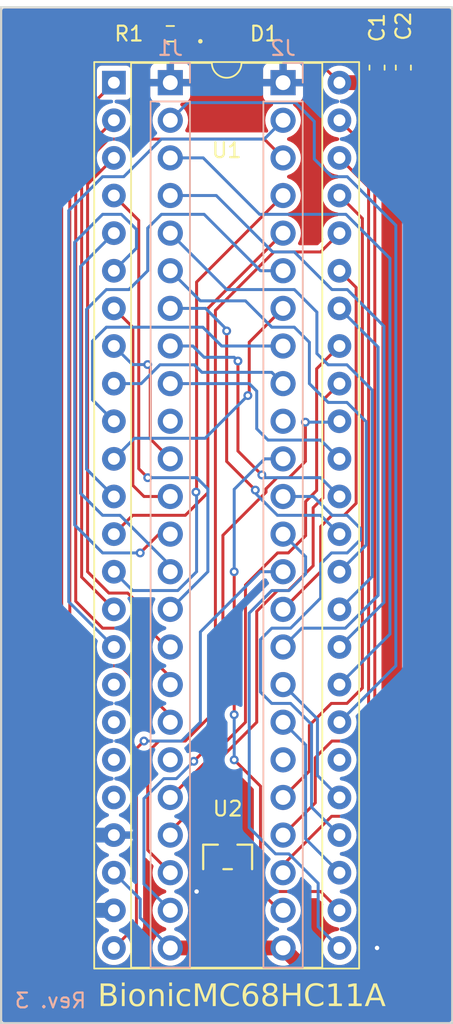
<source format=kicad_pcb>
(kicad_pcb (version 20221018) (generator pcbnew)
  (title_block (title "BionicMC68HC11A") (date "2024-03-27") (rev "2") (company "Tadashi G. Takaoka"))
  (layers (0 "F.Cu" signal) (31 "B.Cu" signal) (34 "B.Paste" user) (35 "F.Paste" user) (36 "B.SilkS" user "B.Silkscreen") (37 "F.SilkS" user "F.Silkscreen") (38 "B.Mask" user) (39 "F.Mask" user) (44 "Edge.Cuts" user))
  (net 0 "")
  (net 1 "VCC")
  (net 2 "GND")
  (net 3 "/P10")
  (net 4 "/P11")
  (net 5 "/P12")
  (net 6 "/P13")
  (net 7 "/P14")
  (net 8 "/P15")
  (net 9 "/P16")
  (net 10 "/P17")
  (net 12 "/P30")
  (net 13 "/P31")
  (net 14 "/P32")
  (net 15 "/P33")
  (net 16 "/P34")
  (net 17 "/P35")
  (net 18 "/P36")
  (net 19 "/P37")
  (net 21 "/P50")
  (net 22 "/P51")
  (net 23 "/P56")
  (net 24 "/P53")
  (net 25 "/P57")
  (net 27 "/P47")
  (net 28 "/P46")
  (net 29 "/P45")
  (net 30 "/P44")
  (net 31 "/P43")
  (net 32 "/P42")
  (net 33 "/P41")
  (net 34 "/P40")
  (net 36 "/P27")
  (net 37 "/P26")
  (net 38 "/P25")
  (net 39 "/P24")
  (net 40 "/P23")
  (net 41 "/P22")
  (net 42 "/P21")
  (net 43 "/P20")
  (net 44 "/P52")
  (net 45 "/P54")
  (net 46 "/P55")
  (net 47 "Net-(D1-K)")
  (footprint "Resistor_SMD:R_0603_1608Metric_Pad0.98x0.95mm_HandSolder" (layer "F.Cu") (at 112.43 71.778 180)
    (fp_text reference "R1" (at 2.794 0) (layer "F.SilkS"))
    (fp_text value "1.6k")
    (fp_line (start -0.254724 -0.5225) (end 0.254724 -0.5225) (stroke (width 0.12)) (layer "F.SilkS"))
    (fp_line (start -0.254724 0.5225) (end 0.254724 0.5225) (stroke (width 0.12)) (layer "F.SilkS"))
    (pad "1" smd roundrect (at -0.9125 0 180) (size 0.975 0.95) (layers "F.Cu" "F.Paste" "F.Mask") (net 47 "Net-(D1-K)"))
    (pad "2" smd roundrect (at 0.9125 0 180) (size 0.975 0.95) (layers "F.Cu" "F.Paste" "F.Mask") (net 2 "GND"))
  )
  (footprint "Capacitor_SMD:C_0603_1608Metric_Pad1.08x0.95mm_HandSolder" (layer "F.Cu") (at 128.178 74.064 90)
    (fp_text reference "C2" (at 2.794 0 90) (layer "F.SilkS"))
    (fp_text value "22u")
    (fp_line (start -0.146267 -0.51) (end 0.146267 -0.51) (stroke (width 0.12)) (layer "F.SilkS"))
    (fp_line (start -0.146267 0.51) (end 0.146267 0.51) (stroke (width 0.12)) (layer "F.SilkS"))
    (pad "1" smd roundrect (at -0.8625 0 90) (size 1.075 0.95) (layers "F.Cu" "F.Paste" "F.Mask") (net 1 "VCC"))
    (pad "2" smd roundrect (at 0.8625 0 90) (size 1.075 0.95) (layers "F.Cu" "F.Paste" "F.Mask") (net 2 "GND"))
  )
  (footprint "Capacitor_SMD:C_0603_1608Metric_Pad1.08x0.95mm_HandSolder" (layer "F.Cu") (at 126.4 74.064 90)
    (fp_text reference "C1" (at 2.6935 0 90) (layer "F.SilkS"))
    (fp_text value "0.1u")
    (fp_line (start -0.146267 -0.51) (end 0.146267 -0.51) (stroke (width 0.12)) (layer "F.SilkS"))
    (fp_line (start -0.146267 0.51) (end 0.146267 0.51) (stroke (width 0.12)) (layer "F.SilkS"))
    (pad "1" smd roundrect (at -0.8625 0 90) (size 1.075 0.95) (layers "F.Cu" "F.Paste" "F.Mask") (net 1 "VCC"))
    (pad "2" smd roundrect (at 0.8625 0 90) (size 1.075 0.95) (layers "F.Cu" "F.Paste" "F.Mask") (net 2 "GND"))
  )
  (footprint "0-LocalLibrary:DIP-48_W15.24mm_Socket" (layer "F.Cu") (at 108.62 75.08)
    (fp_text reference "U1" (at 7.62 4.572) (layer "F.SilkS"))
    (fp_text value "MC68HC11A0P")
    (fp_line (start -1.33 -1.39) (end -1.33 59.81) (stroke (width 0.12)) (layer "F.SilkS"))
    (fp_line (start -1.33 59.81) (end 16.57 59.81) (stroke (width 0.12)) (layer "F.SilkS"))
    (fp_line (start 1.16 -1.33) (end 1.16 59.75) (stroke (width 0.12)) (layer "F.SilkS"))
    (fp_line (start 1.16 59.75) (end 14.08 59.75) (stroke (width 0.12)) (layer "F.SilkS"))
    (fp_line (start 6.62 -1.33) (end 1.16 -1.33) (stroke (width 0.12)) (layer "F.SilkS"))
    (fp_line (start 14.08 -1.33) (end 8.62 -1.33) (stroke (width 0.12)) (layer "F.SilkS"))
    (fp_line (start 14.08 59.75) (end 14.08 -1.33) (stroke (width 0.12)) (layer "F.SilkS"))
    (fp_line (start 16.57 -1.39) (end -1.33 -1.39) (stroke (width 0.12)) (layer "F.SilkS"))
    (fp_line (start 16.57 59.81) (end 16.57 -1.39) (stroke (width 0.12)) (layer "F.SilkS"))
    (fp_arc (start 8.62 -1.33) (mid 7.62 -0.33) (end 6.62 -1.33) (stroke (width 0.12)) (layer "F.SilkS"))
    (pad "1" thru_hole rect locked (at 0 0) (size 1.6 1.6) (drill 0.8) (layers "*.Cu" "*.Mask") (net 19 "/P37"))
    (pad "2" thru_hole oval locked (at 0 2.54) (size 1.6 1.6) (drill 0.8) (layers "*.Cu" "*.Mask") (net 18 "/P36"))
    (pad "3" thru_hole oval locked (at 0 5.08) (size 1.6 1.6) (drill 0.8) (layers "*.Cu" "*.Mask") (net 17 "/P35"))
    (pad "4" thru_hole oval locked (at 0 7.62) (size 1.6 1.6) (drill 0.8) (layers "*.Cu" "*.Mask") (net 16 "/P34"))
    (pad "5" thru_hole oval locked (at 0 10.16) (size 1.6 1.6) (drill 0.8) (layers "*.Cu" "*.Mask") (net 15 "/P33"))
    (pad "6" thru_hole oval locked (at 0 12.7) (size 1.6 1.6) (drill 0.8) (layers "*.Cu" "*.Mask") (net 14 "/P32"))
    (pad "7" thru_hole oval locked (at 0 15.24) (size 1.6 1.6) (drill 0.8) (layers "*.Cu" "*.Mask") (net 13 "/P31"))
    (pad "8" thru_hole oval locked (at 0 17.78) (size 1.6 1.6) (drill 0.8) (layers "*.Cu" "*.Mask") (net 12 "/P30"))
    (pad "9" thru_hole oval locked (at 0 20.32) (size 1.6 1.6) (drill 0.8) (layers "*.Cu" "*.Mask") (net 36 "/P27"))
    (pad "10" thru_hole oval locked (at 0 22.86) (size 1.6 1.6) (drill 0.8) (layers "*.Cu" "*.Mask") (net 37 "/P26"))
    (pad "11" thru_hole oval locked (at 0 25.4) (size 1.6 1.6) (drill 0.8) (layers "*.Cu" "*.Mask") (net 38 "/P25"))
    (pad "12" thru_hole oval locked (at 0 27.94) (size 1.6 1.6) (drill 0.8) (layers "*.Cu" "*.Mask") (net 39 "/P24"))
    (pad "13" thru_hole oval locked (at 0 30.48) (size 1.6 1.6) (drill 0.8) (layers "*.Cu" "*.Mask") (net 40 "/P23"))
    (pad "14" thru_hole oval locked (at 0 33.02) (size 1.6 1.6) (drill 0.8) (layers "*.Cu" "*.Mask") (net 41 "/P22"))
    (pad "15" thru_hole oval locked (at 0 35.56) (size 1.6 1.6) (drill 0.8) (layers "*.Cu" "*.Mask") (net 42 "/P21"))
    (pad "16" thru_hole oval locked (at 0 38.1) (size 1.6 1.6) (drill 0.8) (layers "*.Cu" "*.Mask") (net 43 "/P20"))
    (pad "17" thru_hole oval locked (at 0 40.64) (size 1.6 1.6) (drill 0.8) (layers "*.Cu" "*.Mask"))
    (pad "18" thru_hole oval locked (at 0 43.18) (size 1.6 1.6) (drill 0.8) (layers "*.Cu" "*.Mask"))
    (pad "19" thru_hole oval locked (at 0 45.72) (size 1.6 1.6) (drill 0.8) (layers "*.Cu" "*.Mask"))
    (pad "20" thru_hole oval locked (at 0 48.26) (size 1.6 1.6) (drill 0.8) (layers "*.Cu" "*.Mask"))
    (pad "21" thru_hole oval locked (at 0 50.8) (size 1.6 1.6) (drill 0.8) (layers "*.Cu" "*.Mask") (net 2 "GND"))
    (pad "22" thru_hole oval locked (at 0 53.34) (size 1.6 1.6) (drill 0.8) (layers "*.Cu" "*.Mask") (net 1 "VCC"))
    (pad "23" thru_hole oval locked (at 0 55.88) (size 1.6 1.6) (drill 0.8) (layers "*.Cu" "*.Mask") (net 2 "GND"))
    (pad "24" thru_hole oval locked (at 0 58.42) (size 1.6 1.6) (drill 0.8) (layers "*.Cu" "*.Mask") (net 31 "/P43"))
    (pad "25" thru_hole oval locked (at 15.24 58.42) (size 1.6 1.6) (drill 0.8) (layers "*.Cu" "*.Mask") (net 32 "/P42"))
    (pad "26" thru_hole oval locked (at 15.24 55.88) (size 1.6 1.6) (drill 0.8) (layers "*.Cu" "*.Mask") (net 34 "/P40"))
    (pad "27" thru_hole oval locked (at 15.24 53.34) (size 1.6 1.6) (drill 0.8) (layers "*.Cu" "*.Mask") (net 27 "/P47"))
    (pad "28" thru_hole oval locked (at 15.24 50.8) (size 1.6 1.6) (drill 0.8) (layers "*.Cu" "*.Mask") (net 33 "/P41"))
    (pad "29" thru_hole oval locked (at 15.24 48.26) (size 1.6 1.6) (drill 0.8) (layers "*.Cu" "*.Mask") (net 28 "/P46"))
    (pad "30" thru_hole oval locked (at 15.24 45.72) (size 1.6 1.6) (drill 0.8) (layers "*.Cu" "*.Mask"))
    (pad "31" thru_hole oval locked (at 15.24 43.18) (size 1.6 1.6) (drill 0.8) (layers "*.Cu" "*.Mask") (net 3 "/P10"))
    (pad "32" thru_hole oval locked (at 15.24 40.64) (size 1.6 1.6) (drill 0.8) (layers "*.Cu" "*.Mask") (net 4 "/P11"))
    (pad "33" thru_hole oval locked (at 15.24 38.1) (size 1.6 1.6) (drill 0.8) (layers "*.Cu" "*.Mask") (net 5 "/P12"))
    (pad "34" thru_hole oval locked (at 15.24 35.56) (size 1.6 1.6) (drill 0.8) (layers "*.Cu" "*.Mask") (net 6 "/P13"))
    (pad "35" thru_hole oval locked (at 15.24 33.02) (size 1.6 1.6) (drill 0.8) (layers "*.Cu" "*.Mask") (net 7 "/P14"))
    (pad "36" thru_hole oval locked (at 15.24 30.48) (size 1.6 1.6) (drill 0.8) (layers "*.Cu" "*.Mask") (net 8 "/P15"))
    (pad "37" thru_hole oval locked (at 15.24 27.94) (size 1.6 1.6) (drill 0.8) (layers "*.Cu" "*.Mask") (net 9 "/P16"))
    (pad "38" thru_hole oval locked (at 15.24 25.4) (size 1.6 1.6) (drill 0.8) (layers "*.Cu" "*.Mask") (net 10 "/P17"))
    (pad "39" thru_hole oval locked (at 15.24 22.86) (size 1.6 1.6) (drill 0.8) (layers "*.Cu" "*.Mask") (net 24 "/P53"))
    (pad "40" thru_hole oval locked (at 15.24 20.32) (size 1.6 1.6) (drill 0.8) (layers "*.Cu" "*.Mask") (net 22 "/P51"))
    (pad "41" thru_hole oval locked (at 15.24 17.78) (size 1.6 1.6) (drill 0.8) (layers "*.Cu" "*.Mask") (net 21 "/P50"))
    (pad "42" thru_hole oval locked (at 15.24 15.24) (size 1.6 1.6) (drill 0.8) (layers "*.Cu" "*.Mask") (net 29 "/P45"))
    (pad "43" thru_hole oval locked (at 15.24 12.7) (size 1.6 1.6) (drill 0.8) (layers "*.Cu" "*.Mask") (net 30 "/P44"))
    (pad "44" thru_hole oval locked (at 15.24 10.16) (size 1.6 1.6) (drill 0.8) (layers "*.Cu" "*.Mask") (net 44 "/P52"))
    (pad "45" thru_hole oval locked (at 15.24 7.62) (size 1.6 1.6) (drill 0.8) (layers "*.Cu" "*.Mask") (net 45 "/P54"))
    (pad "46" thru_hole oval locked (at 15.24 5.08) (size 1.6 1.6) (drill 0.8) (layers "*.Cu" "*.Mask") (net 46 "/P55"))
    (pad "47" thru_hole oval locked (at 15.24 2.54) (size 1.6 1.6) (drill 0.8) (layers "*.Cu" "*.Mask") (net 23 "/P56"))
    (pad "48" thru_hole oval locked (at 15.24 0) (size 1.6 1.6) (drill 0.8) (layers "*.Cu" "*.Mask") (net 1 "VCC"))
  )
  (footprint "0-LocalLibrary:SOT-23_MC_MCH-M" (layer "F.Cu") (at 116.306 127.354)
    (fp_text reference "U2" (at 0 -3.252 unlocked) (layer "F.SilkS"))
    (fp_text value "11AA010-I/TT")
    (fp_line (start -1.652 -0.827) (end -1.652 0.827) (stroke (width 0.1524)) (layer "F.SilkS"))
    (fp_line (start -0.66294 -0.827) (end -1.652 -0.827) (stroke (width 0.1524)) (layer "F.SilkS"))
    (fp_line (start -0.287061 0.827) (end 0.287061 0.827) (stroke (width 0.1524)) (layer "F.SilkS"))
    (fp_line (start 1.652 -0.827) (end 0.66294 -0.827) (stroke (width 0.1524)) (layer "F.SilkS"))
    (fp_line (start 1.652 0.827) (end 1.652 -0.827) (stroke (width 0.1524)) (layer "F.SilkS"))
    (pad "1" smd rect (at -0.950001 1.066) (size 0.6604 1.6256) (layers "F.Cu" "F.Paste" "F.Mask") (net 2 "GND"))
    (pad "2" smd rect (at 0.950001 1.066) (size 0.6604 1.6256) (layers "F.Cu" "F.Paste" "F.Mask") (net 25 "/P57"))
    (pad "3" smd rect (at 0 -1.066) (size 0.6604 1.6256) (layers "F.Cu" "F.Paste" "F.Mask") (net 1 "VCC"))
  )
  (footprint "0-LocalLibrary:LED_CSL1901UW1_ROM" (layer "F.Cu") (at 116.24 71.778)
    (fp_text reference "D1" (at 2.54 0 unlocked) (layer "F.SilkS"))
    (fp_text value "CSL1901UW1")
    (fp_circle (center -1.778 0.508) (end -1.7018 0.508) (stroke (width 0.1524)) (fill none) (layer "F.SilkS"))
    (pad "1" smd rect (at -0.7747 0) (size 0.762 0.7112) (layers "F.Cu" "F.Paste" "F.Mask") (net 47 "Net-(D1-K)"))
    (pad "2" smd rect (at 0.7747 0) (size 0.762 0.7112) (layers "F.Cu" "F.Paste" "F.Mask") (net 1 "VCC"))
    (zone (net 0) (net_name "") (layer "F.Cu") (connect_pads (clearance 0)) (min_thickness 0.254)
      (keepout (tracks not_allowed) (vias not_allowed) (pads allowed) (copperpour not_allowed) (footprints allowed))
      (fill (thermal_gap 0.508) (thermal_bridge_width 0.508))
      (polygon (pts (xy 115.8971 71.4224) (xy 116.5829 71.4224) (xy 116.5829 72.1336) (xy 115.8971 72.1336)))
    )
  )
  (footprint "0-LocalLibrary:Bionic-P245_Vertical" (layer "B.Cu") (at 120.05 75.08 180)
    (fp_text reference "J2" (at 0 2.33) (layer "B.SilkS") (effects (justify mirror)))
    (fp_text value "Bionic-P245")
    (fp_line (start -1.33 -59.75) (end 1.33 -59.75) (stroke (width 0.12)) (layer "B.SilkS"))
    (fp_line (start -1.33 -1.27) (end -1.33 -59.75) (stroke (width 0.12)) (layer "B.SilkS"))
    (fp_line (start -1.33 -1.27) (end 1.33 -1.27) (stroke (width 0.12)) (layer "B.SilkS"))
    (fp_line (start -1.33 0) (end -1.33 1.33) (stroke (width 0.12)) (layer "B.SilkS"))
    (fp_line (start -1.33 1.33) (end 0 1.33) (stroke (width 0.12)) (layer "B.SilkS"))
    (fp_line (start 1.33 -1.27) (end 1.33 -59.75) (stroke (width 0.12)) (layer "B.SilkS"))
    (pad "25" thru_hole oval locked (at 0 -58.42 180) (size 1.7 1.7) (drill 1) (layers "*.Cu" "*.Mask") (net 1 "VCC"))
    (pad "26" thru_hole oval locked (at 0 -55.88 180) (size 1.7 1.7) (drill 1) (layers "*.Cu" "*.Mask") (net 25 "/P57"))
    (pad "27" thru_hole oval locked (at 0 -53.34 180) (size 1.7 1.7) (drill 1) (layers "*.Cu" "*.Mask") (net 23 "/P56"))
    (pad "28" thru_hole oval locked (at 0 -50.8 180) (size 1.7 1.7) (drill 1) (layers "*.Cu" "*.Mask") (net 46 "/P55"))
    (pad "29" thru_hole oval locked (at 0 -48.26 180) (size 1.7 1.7) (drill 1) (layers "*.Cu" "*.Mask") (net 45 "/P54"))
    (pad "30" thru_hole oval locked (at 0 -45.72 180) (size 1.7 1.7) (drill 1) (layers "*.Cu" "*.Mask"))
    (pad "31" thru_hole oval locked (at 0 -43.18 180) (size 1.7 1.7) (drill 1) (layers "*.Cu" "*.Mask") (net 27 "/P47"))
    (pad "32" thru_hole oval locked (at 0 -40.64 180) (size 1.7 1.7) (drill 1) (layers "*.Cu" "*.Mask") (net 28 "/P46"))
    (pad "33" thru_hole oval locked (at 0 -38.1 180) (size 1.7 1.7) (drill 1) (layers "*.Cu" "*.Mask") (net 29 "/P45"))
    (pad "34" thru_hole oval locked (at 0 -35.56 180) (size 1.7 1.7) (drill 1) (layers "*.Cu" "*.Mask") (net 30 "/P44"))
    (pad "35" thru_hole oval locked (at 0 -33.02 180) (size 1.7 1.7) (drill 1) (layers "*.Cu" "*.Mask") (net 31 "/P43"))
    (pad "36" thru_hole oval locked (at 0 -30.48 180) (size 1.7 1.7) (drill 1) (layers "*.Cu" "*.Mask") (net 32 "/P42"))
    (pad "37" thru_hole oval locked (at 0 -27.94 180) (size 1.7 1.7) (drill 1) (layers "*.Cu" "*.Mask") (net 33 "/P41"))
    (pad "38" thru_hole oval locked (at 0 -25.4 180) (size 1.7 1.7) (drill 1) (layers "*.Cu" "*.Mask") (net 34 "/P40"))
    (pad "39" thru_hole oval locked (at 0 -22.86 180) (size 1.7 1.7) (drill 1) (layers "*.Cu" "*.Mask"))
    (pad "40" thru_hole oval locked (at 0 -20.32 180) (size 1.7 1.7) (drill 1) (layers "*.Cu" "*.Mask") (net 36 "/P27"))
    (pad "41" thru_hole oval locked (at 0 -17.78 180) (size 1.7 1.7) (drill 1) (layers "*.Cu" "*.Mask") (net 37 "/P26"))
    (pad "42" thru_hole oval locked (at 0 -15.24 180) (size 1.7 1.7) (drill 1) (layers "*.Cu" "*.Mask") (net 38 "/P25"))
    (pad "43" thru_hole oval locked (at 0 -12.7 180) (size 1.7 1.7) (drill 1) (layers "*.Cu" "*.Mask") (net 39 "/P24"))
    (pad "44" thru_hole oval locked (at 0 -10.16 180) (size 1.7 1.7) (drill 1) (layers "*.Cu" "*.Mask") (net 40 "/P23"))
    (pad "45" thru_hole oval locked (at 0 -7.62 180) (size 1.7 1.7) (drill 1) (layers "*.Cu" "*.Mask") (net 41 "/P22"))
    (pad "46" thru_hole oval locked (at 0 -5.08 180) (size 1.7 1.7) (drill 1) (layers "*.Cu" "*.Mask") (net 42 "/P21"))
    (pad "47" thru_hole oval locked (at 0 -2.54 180) (size 1.7 1.7) (drill 1) (layers "*.Cu" "*.Mask") (net 43 "/P20"))
    (pad "48" thru_hole rect locked (at 0 0 180) (size 1.7 1.7) (drill 1) (layers "*.Cu" "*.Mask") (net 2 "GND"))
  )
  (footprint "0-LocalLibrary:Bionic-P135_Vertical" (layer "B.Cu") (at 112.43 75.08 180)
    (fp_text reference "J1" (at 0 2.33) (layer "B.SilkS") (effects (justify mirror)))
    (fp_text value "Bionic-P135")
    (fp_line (start -1.33 -59.75) (end 1.33 -59.75) (stroke (width 0.12)) (layer "B.SilkS"))
    (fp_line (start -1.33 -1.27) (end -1.33 -59.75) (stroke (width 0.12)) (layer "B.SilkS"))
    (fp_line (start -1.33 -1.27) (end 1.33 -1.27) (stroke (width 0.12)) (layer "B.SilkS"))
    (fp_line (start -1.33 0) (end -1.33 1.33) (stroke (width 0.12)) (layer "B.SilkS"))
    (fp_line (start -1.33 1.33) (end 0 1.33) (stroke (width 0.12)) (layer "B.SilkS"))
    (fp_line (start 1.33 -1.27) (end 1.33 -59.75) (stroke (width 0.12)) (layer "B.SilkS"))
    (pad "1" thru_hole rect locked (at 0 0 180) (size 1.7 1.7) (drill 1) (layers "*.Cu" "*.Mask") (net 2 "GND"))
    (pad "2" thru_hole oval locked (at 0 -2.54 180) (size 1.7 1.7) (drill 1) (layers "*.Cu" "*.Mask") (net 3 "/P10"))
    (pad "3" thru_hole oval locked (at 0 -5.08 180) (size 1.7 1.7) (drill 1) (layers "*.Cu" "*.Mask") (net 4 "/P11"))
    (pad "4" thru_hole oval locked (at 0 -7.62 180) (size 1.7 1.7) (drill 1) (layers "*.Cu" "*.Mask") (net 5 "/P12"))
    (pad "5" thru_hole oval locked (at 0 -10.16 180) (size 1.7 1.7) (drill 1) (layers "*.Cu" "*.Mask") (net 6 "/P13"))
    (pad "6" thru_hole oval locked (at 0 -12.7 180) (size 1.7 1.7) (drill 1) (layers "*.Cu" "*.Mask") (net 7 "/P14"))
    (pad "7" thru_hole oval locked (at 0 -15.24 180) (size 1.7 1.7) (drill 1) (layers "*.Cu" "*.Mask") (net 8 "/P15"))
    (pad "8" thru_hole oval locked (at 0 -17.78 180) (size 1.7 1.7) (drill 1) (layers "*.Cu" "*.Mask") (net 9 "/P16"))
    (pad "9" thru_hole oval locked (at 0 -20.32 180) (size 1.7 1.7) (drill 1) (layers "*.Cu" "*.Mask") (net 10 "/P17"))
    (pad "10" thru_hole oval locked (at 0 -22.86 180) (size 1.7 1.7) (drill 1) (layers "*.Cu" "*.Mask"))
    (pad "11" thru_hole oval locked (at 0 -25.4 180) (size 1.7 1.7) (drill 1) (layers "*.Cu" "*.Mask") (net 12 "/P30"))
    (pad "12" thru_hole oval locked (at 0 -27.94 180) (size 1.7 1.7) (drill 1) (layers "*.Cu" "*.Mask") (net 13 "/P31"))
    (pad "13" thru_hole oval locked (at 0 -30.48 180) (size 1.7 1.7) (drill 1) (layers "*.Cu" "*.Mask") (net 14 "/P32"))
    (pad "14" thru_hole oval locked (at 0 -33.02 180) (size 1.7 1.7) (drill 1) (layers "*.Cu" "*.Mask") (net 15 "/P33"))
    (pad "15" thru_hole oval locked (at 0 -35.56 180) (size 1.7 1.7) (drill 1) (layers "*.Cu" "*.Mask") (net 16 "/P34"))
    (pad "16" thru_hole oval locked (at 0 -38.1 180) (size 1.7 1.7) (drill 1) (layers "*.Cu" "*.Mask") (net 17 "/P35"))
    (pad "17" thru_hole oval locked (at 0 -40.64 180) (size 1.7 1.7) (drill 1) (layers "*.Cu" "*.Mask") (net 18 "/P36"))
    (pad "18" thru_hole oval locked (at 0 -43.18 180) (size 1.7 1.7) (drill 1) (layers "*.Cu" "*.Mask") (net 19 "/P37"))
    (pad "19" thru_hole oval locked (at 0 -45.72 180) (size 1.7 1.7) (drill 1) (layers "*.Cu" "*.Mask"))
    (pad "20" thru_hole oval locked (at 0 -48.26 180) (size 1.7 1.7) (drill 1) (layers "*.Cu" "*.Mask") (net 21 "/P50"))
    (pad "21" thru_hole oval locked (at 0 -50.8 180) (size 1.7 1.7) (drill 1) (layers "*.Cu" "*.Mask") (net 22 "/P51"))
    (pad "22" thru_hole oval locked (at 0 -53.34 180) (size 1.7 1.7) (drill 1) (layers "*.Cu" "*.Mask") (net 44 "/P52"))
    (pad "23" thru_hole oval locked (at 0 -55.88 180) (size 1.7 1.7) (drill 1) (layers "*.Cu" "*.Mask") (net 24 "/P53"))
    (pad "24" thru_hole oval locked (at 0 -58.42 180) (size 1.7 1.7) (drill 1) (layers "*.Cu" "*.Mask") (net 1 "VCC"))
  )
  (gr_rect locked (start 101 70) (end 131.48 138.58) (stroke (width 0.15)) (fill none) (layer "Edge.Cuts"))
  (gr_text "Rev. 3" (at 106.842 137.056) (layer "B.SilkS") (effects (font (size 1 1)) (justify left mirror)))
  (gr_text "BionicMC68HC11A" (at 117.256 136.802) (layer "F.SilkS") (effects (font (size 1.5 1.5))))
  (segment (start 126.2465 75.08) (end 126.4 74.9265) (width 0.2) (layer "F.Cu") (net 1))
  (segment locked (start 126.4 136.548) (end 128.94 134.008) (width 1) (layer "F.Cu") (net 1))
  (segment locked (start 127.924 75.08) (end 123.86 75.08) (width 1) (layer "F.Cu") (net 1))
  (segment (start 116.306 126.288) (end 116.306 133.5) (width 0.2) (layer "F.Cu") (net 1))
  (segment locked (start 123.098 136.548) (end 126.4 136.548) (width 1) (layer "F.Cu") (net 1))
  (segment (start 120.558 71.778) (end 123.86 75.08) (width 0.2) (layer "F.Cu") (net 1))
  (segment locked (start 128.94 134.008) (end 128.94 76.096) (width 1) (layer "F.Cu") (net 1))
  (segment locked (start 128.94 76.096) (end 127.924 75.08) (width 1) (layer "F.Cu") (net 1))
  (segment locked (start 120.05 133.5) (end 123.098 136.548) (width 1) (layer "F.Cu") (net 1))
  (segment locked (start 112.43 133.5) (end 120.05 133.5) (width 1) (layer "F.Cu") (net 1))
  (segment (start 128.178 75.334) (end 128.178 74.9265) (width 0.2) (layer "F.Cu") (net 1))
  (segment (start 112.176 133.5) (end 112.43 133.5) (width 0.2) (layer "F.Cu") (net 1))
  (segment (start 117.0147 71.778) (end 120.558 71.778) (width 0.2) (layer "F.Cu") (net 1))
  (segment (start 110.398 131.468) (end 112.43 133.5) (width 0.2) (layer "B.Cu") (net 1))
  (segment (start 110.398 130.198) (end 110.398 131.468) (width 0.2) (layer "B.Cu") (net 1))
  (segment (start 108.62 128.42) (end 110.398 130.198) (width 0.2) (layer "B.Cu") (net 1))
  (via (at 114.208 129.69) (size 0.6) (drill 0.3) (layers "F.Cu" "B.Cu") (net 2))
  (via (at 126.4 133.5) (size 0.6) (drill 0.3) (layers "F.Cu" "B.Cu") (net 2))
  (segment (start 108.62 125.88) (end 102.016 125.88) (width 1) (layer "B.Cu") (net 2))
  (segment (start 108.62 130.96) (end 102.016 130.96) (width 1) (layer "B.Cu") (net 2))
  (segment (start 112.43 77.62) (end 113.621 76.429) (width 0.2) (layer "B.Cu") (net 3))
  (segment (start 120.891 76.429) (end 122.16 77.698) (width 0.2) (layer "B.Cu") (net 3))
  (segment (start 124.3865 81.43) (end 127.67 84.7135) (width 0.2) (layer "B.Cu") (net 3))
  (segment (start 113.621 76.429) (end 120.891 76.429) (width 0.2) (layer "B.Cu") (net 3))
  (segment (start 123.352 81.43) (end 124.3865 81.43) (width 0.2) (layer "B.Cu") (net 3))
  (segment (start 122.16 77.698) (end 122.16 80.238) (width 0.2) (layer "B.Cu") (net 3))
  (segment (start 127.67 84.7135) (end 127.67 114.45) (width 0.2) (layer "B.Cu") (net 3))
  (segment (start 122.16 80.238) (end 123.352 81.43) (width 0.2) (layer "B.Cu") (net 3))
  (segment (start 127.67 114.45) (end 123.86 118.26) (width 0.2) (layer "B.Cu") (net 3))
  (segment (start 112.43 80.16) (end 114.6562 80.16) (width 0.2) (layer "B.Cu") (net 4))
  (segment (start 127.27 112.31) (end 123.86 115.72) (width 0.2) (layer "B.Cu") (net 4))
  (segment (start 114.6562 80.16) (end 118.4662 83.97) (width 0.2) (layer "B.Cu") (net 4))
  (segment (start 124.2979 83.97) (end 127.27 86.9421) (width 0.2) (layer "B.Cu") (net 4))
  (segment (start 127.27 86.9421) (end 127.27 112.31) (width 0.2) (layer "B.Cu") (net 4))
  (segment (start 118.4662 83.97) (end 124.2979 83.97) (width 0.2) (layer "B.Cu") (net 4))
  (segment (start 120.812 86.51) (end 119.345686 86.51) (width 0.2) (layer "B.Cu") (net 5))
  (segment (start 123.352 89.05) (end 120.812 86.51) (width 0.2) (layer "B.Cu") (net 5))
  (segment (start 126.87 91.5267) (end 124.3933 89.05) (width 0.2) (layer "B.Cu") (net 5))
  (segment (start 124.3933 89.05) (end 123.352 89.05) (width 0.2) (layer "B.Cu") (net 5))
  (segment (start 126.87 110.17) (end 126.87 91.5267) (width 0.2) (layer "B.Cu") (net 5))
  (segment (start 119.345686 86.51) (end 115.535686 82.7) (width 0.2) (layer "B.Cu") (net 5))
  (segment (start 123.86 113.18) (end 126.87 110.17) (width 0.2) (layer "B.Cu") (net 5))
  (segment (start 115.535686 82.7) (end 112.43 82.7) (width 0.2) (layer "B.Cu") (net 5))
  (segment (start 123.098 94.13) (end 122.336 93.368) (width 0.2) (layer "B.Cu") (net 6))
  (segment (start 116.24 89.05) (end 112.43 85.24) (width 0.2) (layer "B.Cu") (net 6))
  (segment (start 120.812 89.05) (end 116.24 89.05) (width 0.2) (layer "B.Cu") (net 6))
  (segment (start 126.07 95.832) (end 124.368 94.13) (width 0.2) (layer "B.Cu") (net 6))
  (segment (start 124.368 94.13) (end 123.098 94.13) (width 0.2) (layer "B.Cu") (net 6))
  (segment (start 122.336 90.574) (end 120.812 89.05) (width 0.2) (layer "B.Cu") (net 6))
  (segment (start 126.07 108.43) (end 126.07 95.832) (width 0.2) (layer "B.Cu") (net 6))
  (segment (start 123.86 110.64) (end 126.07 108.43) (width 0.2) (layer "B.Cu") (net 6))
  (segment (start 122.336 93.368) (end 122.336 90.574) (width 0.2) (layer "B.Cu") (net 6))
  (segment (start 124.368 96.67) (end 123.098 96.67) (width 0.2) (layer "B.Cu") (net 7))
  (segment (start 120.812 91.59) (end 119.288 91.59) (width 0.2) (layer "B.Cu") (net 7))
  (segment (start 121.828 92.606) (end 120.812 91.59) (width 0.2) (layer "B.Cu") (net 7))
  (segment (start 125.67 106.29) (end 125.67 97.972) (width 0.2) (layer "B.Cu") (net 7))
  (segment (start 114.462 89.812) (end 112.43 87.78) (width 0.2) (layer "B.Cu") (net 7))
  (segment (start 119.288 91.59) (end 117.51 89.812) (width 0.2) (layer "B.Cu") (net 7))
  (segment (start 123.098 96.67) (end 121.828 95.4) (width 0.2) (layer "B.Cu") (net 7))
  (segment (start 125.67 97.972) (end 124.368 96.67) (width 0.2) (layer "B.Cu") (net 7))
  (segment (start 123.86 108.1) (end 125.67 106.29) (width 0.2) (layer "B.Cu") (net 7))
  (segment (start 121.828 95.4) (end 121.828 92.606) (width 0.2) (layer "B.Cu") (net 7))
  (segment (start 117.51 89.812) (end 114.462 89.812) (width 0.2) (layer "B.Cu") (net 7))
  (segment (start 116.24 100.6515) (end 118.1756 102.5871) (width 0.2) (layer "F.Cu") (net 8))
  (segment (start 116.24 91.844) (end 116.24 100.6515) (width 0.2) (layer "F.Cu") (net 8))
  (via (at 118.1756 102.5871) (size 0.6) (drill 0.3) (layers "F.Cu" "B.Cu") (net 8))
  (via (at 116.24 91.844) (size 0.6) (drill 0.3) (layers "F.Cu" "B.Cu") (net 8))
  (segment (start 123.86 105.56) (end 122.59 104.29) (width 0.2) (layer "B.Cu") (net 8))
  (segment (start 118.1756 102.7951) (end 118.1756 102.5871) (width 0.2) (layer "B.Cu") (net 8))
  (segment (start 116.24 91.844) (end 116.24 91.745843) (width 0.2) (layer "B.Cu") (net 8))
  (segment (start 114.814157 90.32) (end 112.43 90.32) (width 0.2) (layer "B.Cu") (net 8))
  (segment (start 119.6705 104.29) (end 118.1756 102.7951) (width 0.2) (layer "B.Cu") (net 8))
  (segment (start 116.24 91.745843) (end 114.814157 90.32) (width 0.2) (layer "B.Cu") (net 8))
  (segment (start 122.59 104.29) (end 119.6705 104.29) (width 0.2) (layer "B.Cu") (net 8))
  (segment (start 117.002 99.9509) (end 118.6159 101.5648) (width 0.2) (layer "F.Cu") (net 9))
  (segment (start 117.002 93.876) (end 117.002 99.9509) (width 0.2) (layer "F.Cu") (net 9))
  (via (at 118.6159 101.5648) (size 0.6) (drill 0.3) (layers "F.Cu" "B.Cu") (net 9))
  (via (at 117.002 93.876) (size 0.6) (drill 0.3) (layers "F.Cu" "B.Cu") (net 9))
  (segment (start 114.716 93.622) (end 113.954 92.86) (width 0.2) (layer "B.Cu") (net 9))
  (segment (start 117.002 93.876) (end 116.748 93.622) (width 0.2) (layer "B.Cu") (net 9))
  (segment (start 113.954 92.86) (end 112.43 92.86) (width 0.2) (layer "B.Cu") (net 9))
  (segment (start 116.748 93.622) (end 114.716 93.622) (width 0.2) (layer "B.Cu") (net 9))
  (segment (start 118.6159 101.5648) (end 118.8011 101.75) (width 0.2) (layer "B.Cu") (net 9))
  (segment (start 122.59 101.75) (end 123.86 103.02) (width 0.2) (layer "B.Cu") (net 9))
  (segment (start 118.8011 101.75) (end 122.59 101.75) (width 0.2) (layer "B.Cu") (net 9))
  (segment (start 118.272 98.448) (end 119.034 99.21) (width 0.2) (layer "B.Cu") (net 10))
  (segment (start 117.764 95.4) (end 118.272 95.908) (width 0.2) (layer "B.Cu") (net 10))
  (segment (start 112.43 95.4) (end 117.764 95.4) (width 0.2) (layer "B.Cu") (net 10))
  (segment (start 119.034 99.21) (end 122.59 99.21) (width 0.2) (layer "B.Cu") (net 10))
  (segment (start 122.59 99.21) (end 123.86 100.48) (width 0.2) (layer "B.Cu") (net 10))
  (segment (start 118.272 95.908) (end 118.272 98.448) (width 0.2) (layer "B.Cu") (net 10))
  (segment (start 110.9014 94.113613) (end 111.0771 94.289313) (width 0.2) (layer "F.Cu") (net 12))
  (segment (start 111.0771 94.289313) (end 111.0771 99.1271) (width 0.2) (layer "F.Cu") (net 12))
  (segment (start 111.0771 99.1271) (end 112.43 100.48) (width 0.2) (layer "F.Cu") (net 12))
  (via (at 110.9014 94.113613) (size 0.6) (drill 0.3) (layers "F.Cu" "B.Cu") (net 12))
  (segment (start 109.873613 94.113613) (end 108.62 92.86) (width 0.2) (layer "B.Cu") (net 12))
  (segment (start 110.9014 94.113613) (end 109.873613 94.113613) (width 0.2) (layer "B.Cu") (net 12))
  (segment (start 110.652 103.02) (end 109.9014 102.2694) (width 0.2) (layer "F.Cu") (net 13))
  (segment (start 112.43 103.02) (end 110.652 103.02) (width 0.2) (layer "F.Cu") (net 13))
  (segment (start 109.9014 91.6014) (end 108.62 90.32) (width 0.2) (layer "F.Cu") (net 13))
  (segment (start 109.9014 102.2694) (end 109.9014 91.6014) (width 0.2) (layer "F.Cu") (net 13))
  (segment (start 110.398 106.83) (end 111.668 105.56) (width 0.2) (layer "F.Cu") (net 14))
  (segment (start 111.668 105.56) (end 112.43 105.56) (width 0.2) (layer "F.Cu") (net 14))
  (via (at 110.398 106.83) (size 0.6) (drill 0.3) (layers "F.Cu" "B.Cu") (net 14))
  (segment (start 110.144 84.986) (end 110.144 86.256) (width 0.2) (layer "B.Cu") (net 14))
  (segment (start 110.144 86.256) (end 108.62 87.78) (width 0.2) (layer "B.Cu") (net 14))
  (segment (start 105.972 85.856) (end 107.858 83.97) (width 0.2) (layer "B.Cu") (net 14))
  (segment (start 109.128 83.97) (end 110.144 84.986) (width 0.2) (layer "B.Cu") (net 14))
  (segment (start 107.858 83.97) (end 109.128 83.97) (width 0.2) (layer "B.Cu") (net 14))
  (segment (start 107.858 106.83) (end 105.972 104.944) (width 0.2) (layer "B.Cu") (net 14))
  (segment (start 105.972 104.944) (end 105.972 85.856) (width 0.2) (layer "B.Cu") (net 14))
  (segment (start 110.398 106.83) (end 107.858 106.83) (width 0.2) (layer "B.Cu") (net 14))
  (segment (start 106.372 87.488) (end 108.62 85.24) (width 0.2) (layer "B.Cu") (net 15))
  (segment (start 112.43 107.68655) (end 109.03345 104.29) (width 0.2) (layer "B.Cu") (net 15))
  (segment (start 107.858 104.29) (end 106.372 102.804) (width 0.2) (layer "B.Cu") (net 15))
  (segment (start 106.372 102.804) (end 106.372 87.488) (width 0.2) (layer "B.Cu") (net 15))
  (segment (start 109.03345 104.29) (end 107.858 104.29) (width 0.2) (layer "B.Cu") (net 15))
  (segment (start 112.43 108.1) (end 112.43 107.68655) (width 0.2) (layer "B.Cu") (net 15))
  (segment (start 110.3014 84.3814) (end 108.62 82.7) (width 0.2) (layer "F.Cu") (net 16))
  (segment (start 110.3014 101.1454) (end 110.3014 84.3814) (width 0.2) (layer "F.Cu") (net 16))
  (segment (start 110.906 101.75) (end 110.3014 101.1454) (width 0.2) (layer "F.Cu") (net 16))
  (via (at 110.906 101.75) (size 0.6) (drill 0.3) (layers "F.Cu" "B.Cu") (net 16))
  (segment (start 110.906 101.75) (end 114.208 101.75) (width 0.2) (layer "B.Cu") (net 16))
  (segment (start 114.97 108.0979) (end 112.43 110.6379) (width 0.2) (layer "B.Cu") (net 16))
  (segment (start 112.43 110.6379) (end 112.43 110.64) (width 0.2) (layer "B.Cu") (net 16))
  (segment (start 114.208 101.75) (end 114.97 102.512) (width 0.2) (layer "B.Cu") (net 16))
  (segment (start 114.97 102.512) (end 114.97 108.0979) (width 0.2) (layer "B.Cu") (net 16))
  (segment (start 112.43 113.18) (end 112.176 113.18) (width 0.2) (layer "F.Cu") (net 17))
  (segment (start 109.552 109.54) (end 108.282 109.54) (width 0.2) (layer "F.Cu") (net 17))
  (segment (start 106.842 108.1) (end 106.842 81.938) (width 0.2) (layer "F.Cu") (net 17))
  (segment (start 112.176 113.18) (end 110.652 111.656) (width 0.2) (layer "F.Cu") (net 17))
  (segment (start 108.282 109.54) (end 106.842 108.1) (width 0.2) (layer "F.Cu") (net 17))
  (segment (start 110.652 110.64) (end 109.552 109.54) (width 0.2) (layer "F.Cu") (net 17))
  (segment (start 110.652 111.656) (end 110.652 110.64) (width 0.2) (layer "F.Cu") (net 17))
  (segment (start 106.842 81.938) (end 108.62 80.16) (width 0.2) (layer "F.Cu") (net 17))
  (segment (start 107.858 111.91) (end 106.042 110.094) (width 0.2) (layer "F.Cu") (net 18))
  (segment (start 106.042 110.094) (end 106.042 80.198) (width 0.2) (layer "F.Cu") (net 18))
  (segment (start 106.042 80.198) (end 108.62 77.62) (width 0.2) (layer "F.Cu") (net 18))
  (segment (start 112.43 115.72) (end 112.43 115.212) (width 0.2) (layer "F.Cu") (net 18))
  (segment (start 109.128 111.91) (end 107.858 111.91) (width 0.2) (layer "F.Cu") (net 18))
  (segment (start 112.43 115.212) (end 109.128 111.91) (width 0.2) (layer "F.Cu") (net 18))
  (segment (start 105.642 112.234) (end 105.642 78.058) (width 0.2) (layer "F.Cu") (net 19))
  (segment (start 112.43 118.26) (end 112.43 117.81885) (width 0.2) (layer "F.Cu") (net 19))
  (segment (start 112.43 117.81885) (end 109.06115 114.45) (width 0.2) (layer "F.Cu") (net 19))
  (segment (start 109.06115 114.45) (end 107.858 114.45) (width 0.2) (layer "F.Cu") (net 19))
  (segment (start 105.642 78.058) (end 108.62 75.08) (width 0.2) (layer "F.Cu") (net 19))
  (segment (start 107.858 114.45) (end 105.642 112.234) (width 0.2) (layer "F.Cu") (net 19))
  (segment (start 122.3204 94.3996) (end 123.86 92.86) (width 0.2) (layer "F.Cu") (net 21))
  (segment (start 121.574 105.6651) (end 121.574 103.3612) (width 0.2) (layer "F.Cu") (net 21))
  (segment (start 120.4091 106.83) (end 121.574 105.6651) (width 0.2) (layer "F.Cu") (net 21))
  (segment (start 117.51 118.26) (end 117.51 108.9982) (width 0.2) (layer "F.Cu") (net 21))
  (segment (start 121.574 103.3612) (end 122.3204 102.6148) (width 0.2) (layer "F.Cu") (net 21))
  (segment (start 112.43 123.34) (end 117.51 118.26) (width 0.2) (layer "F.Cu") (net 21))
  (segment (start 119.6782 106.83) (end 120.4091 106.83) (width 0.2) (layer "F.Cu") (net 21))
  (segment (start 122.3204 102.6148) (end 122.3204 94.3996) (width 0.2) (layer "F.Cu") (net 21))
  (segment (start 117.51 108.9982) (end 119.6782 106.83) (width 0.2) (layer "F.Cu") (net 21))
  (segment (start 118.272 110.7762) (end 119.6782 109.37) (width 0.2) (layer "F.Cu") (net 22))
  (segment (start 122.7401 96.5199) (end 123.86 95.4) (width 0.2) (layer "F.Cu") (net 22))
  (segment (start 115.732 122.324) (end 115.732 120.8) (width 0.2) (layer "F.Cu") (net 22))
  (segment (start 120.4091 109.37) (end 122.082 107.6971) (width 0.2) (layer "F.Cu") (net 22))
  (segment (start 112.43 125.88) (end 112.43 125.626) (width 0.2) (layer "F.Cu") (net 22))
  (segment (start 119.6782 109.37) (end 120.4091 109.37) (width 0.2) (layer "F.Cu") (net 22))
  (segment (start 112.43 125.626) (end 115.732 122.324) (width 0.2) (layer "F.Cu") (net 22))
  (segment (start 118.272 118.26) (end 118.272 110.7762) (width 0.2) (layer "F.Cu") (net 22))
  (segment (start 122.082 103.782) (end 122.7401 103.1239) (width 0.2) (layer "F.Cu") (net 22))
  (segment (start 122.7401 103.1239) (end 122.7401 96.5199) (width 0.2) (layer "F.Cu") (net 22))
  (segment (start 122.082 107.6971) (end 122.082 103.782) (width 0.2) (layer "F.Cu") (net 22))
  (segment (start 115.732 120.8) (end 118.272 118.26) (width 0.2) (layer "F.Cu") (net 22))
  (segment (start 123.32985 124.61) (end 124.368 124.61) (width 0.2) (layer "F.Cu") (net 23))
  (segment (start 126.2492 80.0092) (end 123.86 77.62) (width 0.2) (layer "F.Cu") (net 23))
  (segment (start 126.2492 122.7288) (end 126.2492 80.0092) (width 0.2) (layer "F.Cu") (net 23))
  (segment (start 124.368 124.61) (end 126.2492 122.7288) (width 0.2) (layer "F.Cu") (net 23))
  (segment (start 120.05 128.42) (end 120.05 127.88985) (width 0.2) (layer "F.Cu") (net 23))
  (segment (start 120.05 127.88985) (end 123.32985 124.61) (width 0.2) (layer "F.Cu") (net 23))
  (segment (start 119.6452 101.75) (end 120.4567 101.75) (width 0.2) (layer "F.Cu") (net 24))
  (segment (start 121.5602 100.6465) (end 121.5602 98.0014) (width 0.2) (layer "F.Cu") (net 24))
  (segment (start 118.8981 102.7291) (end 118.8981 102.4971) (width 0.2) (layer "F.Cu") (net 24))
  (segment (start 120.4567 101.75) (end 121.5602 100.6465) (width 0.2) (layer "F.Cu") (net 24))
  (segment (start 115.986 118.929) (end 115.986 105.6412) (width 0.2) (layer "F.Cu") (net 24))
  (segment (start 118.8981 102.4971) (end 119.6452 101.75) (width 0.2) (layer "F.Cu") (net 24))
  (segment (start 114.0166 120.8984) (end 115.986 118.929) (width 0.2) (layer "F.Cu") (net 24))
  (segment (start 115.986 105.6412) (end 118.8981 102.7291) (width 0.2) (layer "F.Cu") (net 24))
  (via (at 114.0166 120.8984) (size 0.6) (drill 0.3) (layers "F.Cu" "B.Cu") (net 24))
  (via (at 121.5602 98.0014) (size 0.6) (drill 0.3) (layers "F.Cu" "B.Cu") (net 24))
  (segment (start 121.5602 98.0014) (end 123.7986 98.0014) (width 0.2) (layer "B.Cu") (net 24))
  (segment (start 111.997827 122.07) (end 112.845 122.07) (width 0.2) (layer "B.Cu") (net 24))
  (segment (start 123.7986 98.0014) (end 123.86 97.94) (width 0.2) (layer "B.Cu") (net 24))
  (segment (start 112.43 130.96) (end 110.652 129.182) (width 0.2) (layer "B.Cu") (net 24))
  (segment (start 110.652 123.415827) (end 111.997827 122.07) (width 0.2) (layer "B.Cu") (net 24))
  (segment (start 110.652 129.182) (end 110.652 123.415827) (width 0.2) (layer "B.Cu") (net 24))
  (segment (start 112.845 122.07) (end 114.0166 120.8984) (width 0.2) (layer "B.Cu") (net 24))
  (segment (start 117.256 128.42) (end 119.796 130.96) (width 0.2) (layer "F.Cu") (net 25))
  (segment (start 119.796 130.96) (end 120.05 130.96) (width 0.2) (layer "F.Cu") (net 25))
  (segment (start 121.574 126.134) (end 123.86 128.42) (width 0.2) (layer "B.Cu") (net 27))
  (segment (start 121.574 119.784) (end 121.574 126.134) (width 0.2) (layer "B.Cu") (net 27))
  (segment (start 120.05 118.26) (end 121.574 119.784) (width 0.2) (layer "B.Cu") (net 27))
  (segment (start 122.374 118.044) (end 122.374 121.854) (width 0.2) (layer "B.Cu") (net 28))
  (segment (start 120.05 115.72) (end 122.374 118.044) (width 0.2) (layer "B.Cu") (net 28))
  (segment (start 122.374 121.854) (end 123.86 123.34) (width 0.2) (layer "B.Cu") (net 28))
  (segment (start 126.47 109.7013) (end 126.47 92.93) (width 0.2) (layer "B.Cu") (net 29))
  (segment (start 121.32 111.91) (end 124.2613 111.91) (width 0.2) (layer "B.Cu") (net 29))
  (segment (start 124.2613 111.91) (end 126.47 109.7013) (width 0.2) (layer "B.Cu") (net 29))
  (segment (start 120.05 113.18) (end 121.32 111.91) (width 0.2) (layer "B.Cu") (net 29))
  (segment (start 126.47 92.93) (end 123.86 90.32) (width 0.2) (layer "B.Cu") (net 29))
  (segment (start 124.9872 103.4775) (end 124.1747 104.29) (width 0.2) (layer "F.Cu") (net 30))
  (segment (start 123.352 104.29) (end 122.59 105.052) (width 0.2) (layer "F.Cu") (net 30))
  (segment (start 122.59 108.1) (end 120.05 110.64) (width 0.2) (layer "F.Cu") (net 30))
  (segment (start 124.1747 104.29) (end 123.352 104.29) (width 0.2) (layer "F.Cu") (net 30))
  (segment (start 124.9872 88.9072) (end 124.9872 103.4775) (width 0.2) (layer "F.Cu") (net 30))
  (segment (start 122.59 105.052) (end 122.59 108.1) (width 0.2) (layer "F.Cu") (net 30))
  (segment (start 123.86 87.78) (end 124.9872 88.9072) (width 0.2) (layer "F.Cu") (net 30))
  (segment (start 110.652 119.53) (end 110.144 120.038) (width 0.2) (layer "F.Cu") (net 31))
  (segment (start 110.144 120.038) (end 110.144 131.976) (width 0.2) (layer "F.Cu") (net 31))
  (segment (start 110.144 131.976) (end 108.62 133.5) (width 0.2) (layer "F.Cu") (net 31))
  (via (at 110.652 119.53) (size 0.6) (drill 0.3) (layers "F.Cu" "B.Cu") (net 31))
  (segment (start 114.462 118.26) (end 114.462 112.164) (width 0.2) (layer "B.Cu") (net 31))
  (segment (start 113.192 119.53) (end 114.462 118.26) (width 0.2) (layer "B.Cu") (net 31))
  (segment (start 118.526 108.1) (end 120.05 108.1) (width 0.2) (layer "B.Cu") (net 31))
  (segment (start 114.462 112.164) (end 118.526 108.1) (width 0.2) (layer "B.Cu") (net 31))
  (segment (start 110.652 119.53) (end 113.192 119.53) (width 0.2) (layer "B.Cu") (net 31))
  (segment (start 117.764 125.372) (end 119.542 127.15) (width 0.2) (layer "B.Cu") (net 32))
  (segment (start 121.574 108.2521) (end 120.4561 109.37) (width 0.2) (layer "B.Cu") (net 32))
  (segment (start 119.542 127.15) (end 120.4419 127.15) (width 0.2) (layer "B.Cu") (net 32))
  (segment (start 122.4204 132.0604) (end 123.86 133.5) (width 0.2) (layer "B.Cu") (net 32))
  (segment (start 120.05 105.56) (end 121.574 107.084) (width 0.2) (layer "B.Cu") (net 32))
  (segment (start 122.4204 129.1285) (end 122.4204 132.0604) (width 0.2) (layer "B.Cu") (net 32))
  (segment (start 120.4561 109.37) (end 119.288 109.37) (width 0.2) (layer "B.Cu") (net 32))
  (segment (start 120.4419 127.15) (end 122.4204 129.1285) (width 0.2) (layer "B.Cu") (net 32))
  (segment (start 119.288 109.37) (end 117.764 110.894) (width 0.2) (layer "B.Cu") (net 32))
  (segment (start 121.574 107.084) (end 121.574 108.2521) (width 0.2) (layer "B.Cu") (net 32))
  (segment (start 117.764 110.894) (end 117.764 125.372) (width 0.2) (layer "B.Cu") (net 32))
  (segment (start 119.288 116.99) (end 118.526 116.228) (width 0.2) (layer "B.Cu") (net 33))
  (segment (start 123.3674 104.29) (end 122.0974 103.02) (width 0.2) (layer "B.Cu") (net 33))
  (segment (start 118.526 116.228) (end 118.526 112.672) (width 0.2) (layer "B.Cu") (net 33))
  (segment (start 121.974 118.406) (end 120.558 116.99) (width 0.2) (layer "B.Cu") (net 33))
  (segment (start 125.27 105.9452) (end 125.27 105.1748) (width 0.2) (layer "B.Cu") (net 33))
  (segment (start 123.86 125.88) (end 121.974 123.994) (width 0.2) (layer "B.Cu") (net 33))
  (segment (start 120.558 116.99) (end 119.288 116.99) (width 0.2) (layer "B.Cu") (net 33))
  (segment (start 119.288 111.91) (end 120.558 111.91) (width 0.2) (layer "B.Cu") (net 33))
  (segment (start 121.974 123.994) (end 121.974 118.406) (width 0.2) (layer "B.Cu") (net 33))
  (segment (start 124.3852 104.29) (end 123.3674 104.29) (width 0.2) (layer "B.Cu") (net 33))
  (segment (start 122.59 107.56355) (end 123.32355 106.83) (width 0.2) (layer "B.Cu") (net 33))
  (segment (start 122.0974 103.02) (end 120.05 103.02) (width 0.2) (layer "B.Cu") (net 33))
  (segment (start 118.526 112.672) (end 119.288 111.91) (width 0.2) (layer "B.Cu") (net 33))
  (segment (start 125.27 105.1748) (end 124.3852 104.29) (width 0.2) (layer "B.Cu") (net 33))
  (segment (start 123.32355 106.83) (end 124.3852 106.83) (width 0.2) (layer "B.Cu") (net 33))
  (segment (start 124.3852 106.83) (end 125.27 105.9452) (width 0.2) (layer "B.Cu") (net 33))
  (segment (start 120.558 111.91) (end 122.59 109.878) (width 0.2) (layer "B.Cu") (net 33))
  (segment (start 122.59 109.878) (end 122.59 107.56355) (width 0.2) (layer "B.Cu") (net 33))
  (segment (start 116.748 120.8) (end 118.526 122.578) (width 0.2) (layer "F.Cu") (net 34))
  (segment (start 116.748 117.752) (end 116.748 108.1) (width 0.2) (layer "F.Cu") (net 34))
  (segment (start 122.59 129.69) (end 123.86 130.96) (width 0.2) (layer "F.Cu") (net 34))
  (segment (start 118.526 122.578) (end 118.526 129.124314) (width 0.2) (layer "F.Cu") (net 34))
  (segment (start 118.526 129.124314) (end 119.091686 129.69) (width 0.2) (layer "F.Cu") (net 34))
  (segment (start 119.091686 129.69) (end 122.59 129.69) (width 0.2) (layer "F.Cu") (net 34))
  (via (at 116.748 117.752) (size 0.6) (drill 0.3) (layers "F.Cu" "B.Cu") (net 34))
  (via (at 116.748 120.8) (size 0.6) (drill 0.3) (layers "F.Cu" "B.Cu") (net 34))
  (via (at 116.748 108.1) (size 0.6) (drill 0.3) (layers "F.Cu" "B.Cu") (net 34))
  (segment (start 116.748 108.1) (end 116.748 102.538) (width 0.2) (layer "B.Cu") (net 34))
  (segment (start 116.748 120.8) (end 116.748 117.752) (width 0.2) (layer "B.Cu") (net 34))
  (segment (start 118.806 100.48) (end 120.05 100.48) (width 0.2) (layer "B.Cu") (net 34))
  (segment (start 116.748 102.538) (end 118.806 100.48) (width 0.2) (layer "B.Cu") (net 34))
  (segment (start 110.4625 95.4) (end 111.7325 94.13) (width 0.2) (layer "B.Cu") (net 36))
  (segment (start 119.288 94.638) (end 120.05 95.4) (width 0.2) (layer "B.Cu") (net 36))
  (segment (start 108.62 95.4) (end 110.4625 95.4) (width 0.2) (layer "B.Cu") (net 36))
  (segment (start 114.0613 94.13) (end 114.5693 94.638) (width 0.2) (layer "B.Cu") (net 36))
  (segment (start 114.5693 94.638) (end 119.288 94.638) (width 0.2) (layer "B.Cu") (net 36))
  (segment (start 111.7325 94.13) (end 114.0613 94.13) (width 0.2) (layer "B.Cu") (net 36))
  (segment (start 107.172 96.492) (end 107.172 92.53) (width 0.2) (layer "B.Cu") (net 37))
  (segment (start 114.6303 91.59) (end 115.9003 92.86) (width 0.2) (layer "B.Cu") (net 37))
  (segment (start 108.62 97.94) (end 107.172 96.492) (width 0.2) (layer "B.Cu") (net 37))
  (segment (start 107.172 92.53) (end 108.112 91.59) (width 0.2) (layer "B.Cu") (net 37))
  (segment (start 108.112 91.59) (end 114.6303 91.59) (width 0.2) (layer "B.Cu") (net 37))
  (segment (start 115.9003 92.86) (end 120.05 92.86) (width 0.2) (layer "B.Cu") (net 37))
  (segment (start 117.764 96.113265) (end 117.764 92.606) (width 0.2) (layer "F.Cu") (net 38))
  (segment (start 117.764 92.606) (end 120.05 90.32) (width 0.2) (layer "F.Cu") (net 38))
  (segment (start 117.672 96.205265) (end 117.764 96.113265) (width 0.2) (layer "F.Cu") (net 38))
  (via (at 117.672 96.205265) (size 0.6) (drill 0.3) (layers "F.Cu" "B.Cu") (net 38))
  (segment (start 117.672 96.205265) (end 114.787265 99.09) (width 0.2) (layer "B.Cu") (net 38))
  (segment (start 110.01 99.09) (end 108.62 100.48) (width 0.2) (layer "B.Cu") (net 38))
  (segment (start 114.787265 99.09) (end 110.01 99.09) (width 0.2) (layer "B.Cu") (net 38))
  (segment (start 114.716 83.97) (end 118.526 87.78) (width 0.2) (layer "B.Cu") (net 39))
  (segment (start 110.906 84.89615) (end 111.83215 83.97) (width 0.2) (layer "B.Cu") (net 39))
  (segment (start 109.636 89.05) (end 110.906 87.78) (width 0.2) (layer "B.Cu") (net 39))
  (segment (start 108.112 89.05) (end 109.636 89.05) (width 0.2) (layer "B.Cu") (net 39))
  (segment (start 118.526 87.78) (end 120.05 87.78) (width 0.2) (layer "B.Cu") (net 39))
  (segment (start 106.772 101.172) (end 106.772 90.39) (width 0.2) (layer "B.Cu") (net 39))
  (segment (start 106.772 90.39) (end 108.112 89.05) (width 0.2) (layer "B.Cu") (net 39))
  (segment (start 110.906 87.78) (end 110.906 84.89615) (width 0.2) (layer "B.Cu") (net 39))
  (segment (start 111.83215 83.97) (end 114.716 83.97) (width 0.2) (layer "B.Cu") (net 39))
  (segment (start 108.62 103.02) (end 106.772 101.172) (width 0.2) (layer "B.Cu") (net 39))
  (segment (start 120.05 85.24) (end 114.97 90.32) (width 0.2) (layer "F.Cu") (net 40))
  (segment (start 114.97 102.766) (end 113.446 104.29) (width 0.2) (layer "F.Cu") (net 40))
  (segment (start 114.97 90.32) (end 114.97 102.766) (width 0.2) (layer "F.Cu") (net 40))
  (segment (start 109.89 104.29) (end 108.62 105.56) (width 0.2) (layer "F.Cu") (net 40))
  (segment (start 113.446 104.29) (end 109.89 104.29) (width 0.2) (layer "F.Cu") (net 40))
  (segment (start 114.208 102.67947) (end 114.208 88.542) (width 0.2) (layer "F.Cu") (net 41))
  (segment (start 114.164735 102.722735) (end 114.208 102.67947) (width 0.2) (layer "F.Cu") (net 41))
  (segment (start 114.208 88.542) (end 120.05 82.7) (width 0.2) (layer "F.Cu") (net 41))
  (via (at 114.164735 102.722735) (size 0.6) (drill 0.3) (layers "F.Cu" "B.Cu") (net 41))
  (segment (start 114.164735 102.722735) (end 114.208 102.766) (width 0.2) (layer "B.Cu") (net 41))
  (segment (start 114.208 108.1) (end 112.938 109.37) (width 0.2) (layer "B.Cu") (net 41))
  (segment (start 114.208 102.766) (end 114.208 108.1) (width 0.2) (layer "B.Cu") (net 41))
  (segment (start 112.938 109.37) (end 109.89 109.37) (width 0.2) (layer "B.Cu") (net 41))
  (segment (start 109.89 109.37) (end 108.62 108.1) (width 0.2) (layer "B.Cu") (net 41))
  (segment (start 106.442 80.7183) (end 108.2703 78.89) (width 0.2) (layer "F.Cu") (net 42))
  (segment (start 106.442 108.462) (end 106.442 80.7183) (width 0.2) (layer "F.Cu") (net 42))
  (segment (start 118.78 78.89) (end 120.05 80.16) (width 0.2) (layer "F.Cu") (net 42))
  (segment (start 108.62 110.64) (end 106.442 108.462) (width 0.2) (layer "F.Cu") (net 42))
  (segment (start 108.2703 78.89) (end 118.78 78.89) (width 0.2) (layer "F.Cu") (net 42))
  (segment (start 111.8272 78.89) (end 109.2872 81.43) (width 0.2) (layer "B.Cu") (net 43))
  (segment (start 105.572 110.132) (end 108.62 113.18) (width 0.2) (layer "B.Cu") (net 43))
  (segment (start 107.858 81.43) (end 105.572 83.716) (width 0.2) (layer "B.Cu") (net 43))
  (segment (start 105.572 83.716) (end 105.572 110.132) (width 0.2) (layer "B.Cu") (net 43))
  (segment (start 118.78 78.89) (end 111.8272 78.89) (width 0.2) (layer "B.Cu") (net 43))
  (segment (start 109.2872 81.43) (end 107.858 81.43) (width 0.2) (layer "B.Cu") (net 43))
  (segment (start 120.05 77.62) (end 118.78 78.89) (width 0.2) (layer "B.Cu") (net 43))
  (segment (start 119.4249 86.51) (end 122.59 86.51) (width 0.2) (layer "F.Cu") (net 44))
  (segment (start 115.478 117.498) (end 115.478 90.4569) (width 0.2) (layer "F.Cu") (net 44))
  (segment (start 115.478 90.4569) (end 119.4249 86.51) (width 0.2) (layer "F.Cu") (net 44))
  (segment (start 110.906 120.292) (end 111.668 119.53) (width 0.2) (layer "F.Cu") (net 44))
  (segment (start 111.668 119.53) (end 113.446 119.53) (width 0.2) (layer "F.Cu") (net 44))
  (segment (start 112.43 128.42) (end 110.906 126.896) (width 0.2) (layer "F.Cu") (net 44))
  (segment (start 122.59 86.51) (end 123.86 85.24) (width 0.2) (layer "F.Cu") (net 44))
  (segment (start 110.906 126.896) (end 110.906 120.292) (width 0.2) (layer "F.Cu") (net 44))
  (segment (start 113.446 119.53) (end 115.478 117.498) (width 0.2) (layer "F.Cu") (net 44))
  (segment (start 123.3097 116.99) (end 121.828 118.4717) (width 0.2) (layer "F.Cu") (net 45))
  (segment (start 121.828 121.562) (end 120.05 123.34) (width 0.2) (layer "F.Cu") (net 45))
  (segment (start 125.4091 84.2491) (end 125.4091 115.9489) (width 0.2) (layer "F.Cu") (net 45))
  (segment (start 121.828 118.4717) (end 121.828 121.562) (width 0.2) (layer "F.Cu") (net 45))
  (segment (start 124.368 116.99) (end 123.3097 116.99) (width 0.2) (layer "F.Cu") (net 45))
  (segment (start 125.4091 115.9489) (end 124.368 116.99) (width 0.2) (layer "F.Cu") (net 45))
  (segment (start 123.86 82.7) (end 125.4091 84.2491) (width 0.2) (layer "F.Cu") (net 45))
  (segment (start 122.228 120.654) (end 122.228 123.702) (width 0.2) (layer "F.Cu") (net 46))
  (segment (start 123.86 80.16) (end 125.8301 82.1301) (width 0.2) (layer "F.Cu") (net 46))
  (segment (start 122.228 123.702) (end 120.05 125.88) (width 0.2) (layer "F.Cu") (net 46))
  (segment (start 123.352 119.53) (end 122.228 120.654) (width 0.2) (layer "F.Cu") (net 46))
  (segment (start 125.8301 82.1301) (end 125.8301 118.3219) (width 0.2) (layer "F.Cu") (net 46))
  (segment (start 125.8301 118.3219) (end 124.622 119.53) (width 0.2) (layer "F.Cu") (net 46))
  (segment (start 124.622 119.53) (end 123.352 119.53) (width 0.2) (layer "F.Cu") (net 46))
  (segment (start 115.4653 71.778) (end 113.3425 71.778) (width 0.2) (layer "F.Cu") (net 47))
  (zone (net 2) (net_name "GND") (layers "F&B.Cu") (connect_pads (clearance 0.35)) (min_thickness 0.25) (fill yes (thermal_gap 0.5) (thermal_bridge_width 0.5))
    (polygon (pts (xy 101 70) (xy 131.48 70) (xy 131.48 138.58) (xy 101 138.58)))
  )
)
</source>
